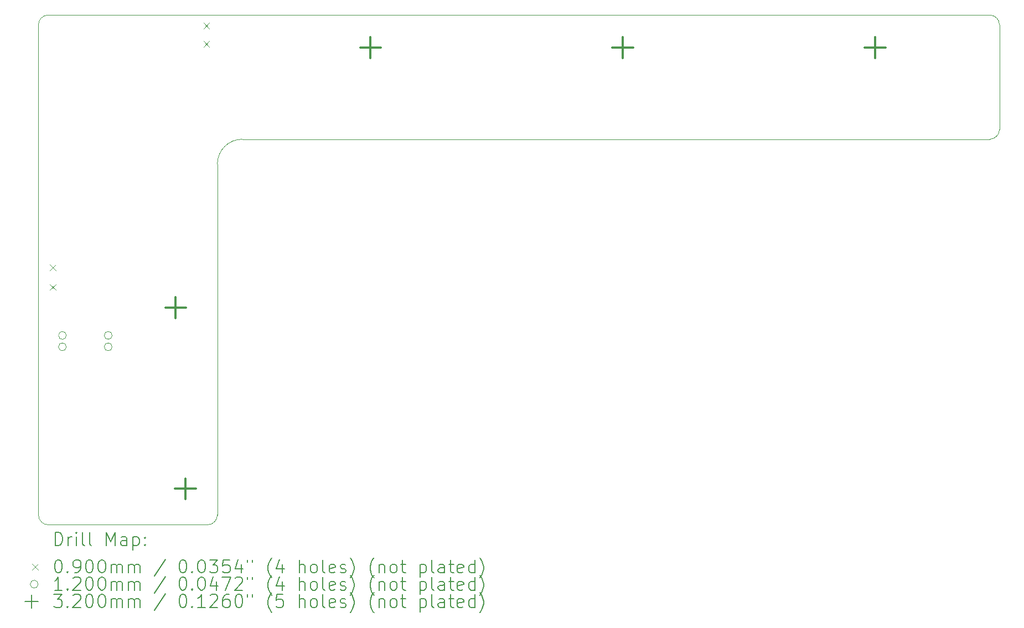
<source format=gbr>
%TF.GenerationSoftware,KiCad,Pcbnew,7.0.8*%
%TF.CreationDate,2023-10-17T04:23:36-07:00*%
%TF.ProjectId,Seismos_CoreR,53656973-6d6f-4735-9f43-6f7265522e6b,rev?*%
%TF.SameCoordinates,Original*%
%TF.FileFunction,Drillmap*%
%TF.FilePolarity,Positive*%
%FSLAX45Y45*%
G04 Gerber Fmt 4.5, Leading zero omitted, Abs format (unit mm)*
G04 Created by KiCad (PCBNEW 7.0.8) date 2023-10-17 04:23:36*
%MOMM*%
%LPD*%
G01*
G04 APERTURE LIST*
%ADD10C,0.100000*%
%ADD11C,0.200000*%
%ADD12C,0.090000*%
%ADD13C,0.120000*%
%ADD14C,0.320000*%
G04 APERTURE END LIST*
D10*
X5736600Y-9650000D02*
X5736600Y-4281000D01*
X5586600Y-9800000D02*
X3150000Y-9800000D01*
X3000000Y-9650000D02*
X3000000Y-2150000D01*
X3150000Y-2000000D02*
G75*
G03*
X3000000Y-2150000I0J-150000D01*
G01*
X5586600Y-9800000D02*
G75*
G03*
X5736600Y-9650000I0J150000D01*
G01*
X17550000Y-3900000D02*
X6117600Y-3900000D01*
X17550000Y-3900000D02*
G75*
G03*
X17700000Y-3750000I0J150000D01*
G01*
X17700000Y-2150000D02*
G75*
G03*
X17550000Y-2000000I-150000J0D01*
G01*
X3000000Y-9650000D02*
G75*
G03*
X3150000Y-9800000I150000J0D01*
G01*
X6117600Y-3900000D02*
G75*
G03*
X5736600Y-4281000I0J-381000D01*
G01*
X3150000Y-2000000D02*
X17550000Y-2000000D01*
X17700000Y-2150000D02*
X17700000Y-3750000D01*
D11*
D12*
X3175000Y-5818200D02*
X3265000Y-5908200D01*
X3265000Y-5818200D02*
X3175000Y-5908200D01*
X3175000Y-6118200D02*
X3265000Y-6208200D01*
X3265000Y-6118200D02*
X3175000Y-6208200D01*
X5526250Y-2119950D02*
X5616250Y-2209950D01*
X5616250Y-2119950D02*
X5526250Y-2209950D01*
X5526250Y-2399950D02*
X5616250Y-2489950D01*
X5616250Y-2399950D02*
X5526250Y-2489950D01*
D13*
X3427000Y-6902500D02*
G75*
G03*
X3427000Y-6902500I-60000J0D01*
G01*
X3427000Y-7077500D02*
G75*
G03*
X3427000Y-7077500I-60000J0D01*
G01*
X4127000Y-6902500D02*
G75*
G03*
X4127000Y-6902500I-60000J0D01*
G01*
X4127000Y-7077500D02*
G75*
G03*
X4127000Y-7077500I-60000J0D01*
G01*
D14*
X5100000Y-6315000D02*
X5100000Y-6635000D01*
X4940000Y-6475000D02*
X5260000Y-6475000D01*
X5250000Y-9090000D02*
X5250000Y-9410000D01*
X5090000Y-9250000D02*
X5410000Y-9250000D01*
X8080000Y-2340000D02*
X8080000Y-2660000D01*
X7920000Y-2500000D02*
X8240000Y-2500000D01*
X11940000Y-2340000D02*
X11940000Y-2660000D01*
X11780000Y-2500000D02*
X12100000Y-2500000D01*
X15800000Y-2340000D02*
X15800000Y-2660000D01*
X15640000Y-2500000D02*
X15960000Y-2500000D01*
D11*
X3255777Y-10116484D02*
X3255777Y-9916484D01*
X3255777Y-9916484D02*
X3303396Y-9916484D01*
X3303396Y-9916484D02*
X3331967Y-9926008D01*
X3331967Y-9926008D02*
X3351015Y-9945055D01*
X3351015Y-9945055D02*
X3360539Y-9964103D01*
X3360539Y-9964103D02*
X3370062Y-10002198D01*
X3370062Y-10002198D02*
X3370062Y-10030770D01*
X3370062Y-10030770D02*
X3360539Y-10068865D01*
X3360539Y-10068865D02*
X3351015Y-10087912D01*
X3351015Y-10087912D02*
X3331967Y-10106960D01*
X3331967Y-10106960D02*
X3303396Y-10116484D01*
X3303396Y-10116484D02*
X3255777Y-10116484D01*
X3455777Y-10116484D02*
X3455777Y-9983150D01*
X3455777Y-10021246D02*
X3465301Y-10002198D01*
X3465301Y-10002198D02*
X3474824Y-9992674D01*
X3474824Y-9992674D02*
X3493872Y-9983150D01*
X3493872Y-9983150D02*
X3512920Y-9983150D01*
X3579586Y-10116484D02*
X3579586Y-9983150D01*
X3579586Y-9916484D02*
X3570062Y-9926008D01*
X3570062Y-9926008D02*
X3579586Y-9935531D01*
X3579586Y-9935531D02*
X3589110Y-9926008D01*
X3589110Y-9926008D02*
X3579586Y-9916484D01*
X3579586Y-9916484D02*
X3579586Y-9935531D01*
X3703396Y-10116484D02*
X3684348Y-10106960D01*
X3684348Y-10106960D02*
X3674824Y-10087912D01*
X3674824Y-10087912D02*
X3674824Y-9916484D01*
X3808158Y-10116484D02*
X3789110Y-10106960D01*
X3789110Y-10106960D02*
X3779586Y-10087912D01*
X3779586Y-10087912D02*
X3779586Y-9916484D01*
X4036729Y-10116484D02*
X4036729Y-9916484D01*
X4036729Y-9916484D02*
X4103396Y-10059341D01*
X4103396Y-10059341D02*
X4170062Y-9916484D01*
X4170062Y-9916484D02*
X4170062Y-10116484D01*
X4351015Y-10116484D02*
X4351015Y-10011722D01*
X4351015Y-10011722D02*
X4341491Y-9992674D01*
X4341491Y-9992674D02*
X4322444Y-9983150D01*
X4322444Y-9983150D02*
X4284348Y-9983150D01*
X4284348Y-9983150D02*
X4265301Y-9992674D01*
X4351015Y-10106960D02*
X4331967Y-10116484D01*
X4331967Y-10116484D02*
X4284348Y-10116484D01*
X4284348Y-10116484D02*
X4265301Y-10106960D01*
X4265301Y-10106960D02*
X4255777Y-10087912D01*
X4255777Y-10087912D02*
X4255777Y-10068865D01*
X4255777Y-10068865D02*
X4265301Y-10049817D01*
X4265301Y-10049817D02*
X4284348Y-10040293D01*
X4284348Y-10040293D02*
X4331967Y-10040293D01*
X4331967Y-10040293D02*
X4351015Y-10030770D01*
X4446253Y-9983150D02*
X4446253Y-10183150D01*
X4446253Y-9992674D02*
X4465301Y-9983150D01*
X4465301Y-9983150D02*
X4503396Y-9983150D01*
X4503396Y-9983150D02*
X4522444Y-9992674D01*
X4522444Y-9992674D02*
X4531967Y-10002198D01*
X4531967Y-10002198D02*
X4541491Y-10021246D01*
X4541491Y-10021246D02*
X4541491Y-10078389D01*
X4541491Y-10078389D02*
X4531967Y-10097436D01*
X4531967Y-10097436D02*
X4522444Y-10106960D01*
X4522444Y-10106960D02*
X4503396Y-10116484D01*
X4503396Y-10116484D02*
X4465301Y-10116484D01*
X4465301Y-10116484D02*
X4446253Y-10106960D01*
X4627205Y-10097436D02*
X4636729Y-10106960D01*
X4636729Y-10106960D02*
X4627205Y-10116484D01*
X4627205Y-10116484D02*
X4617682Y-10106960D01*
X4617682Y-10106960D02*
X4627205Y-10097436D01*
X4627205Y-10097436D02*
X4627205Y-10116484D01*
X4627205Y-9992674D02*
X4636729Y-10002198D01*
X4636729Y-10002198D02*
X4627205Y-10011722D01*
X4627205Y-10011722D02*
X4617682Y-10002198D01*
X4617682Y-10002198D02*
X4627205Y-9992674D01*
X4627205Y-9992674D02*
X4627205Y-10011722D01*
D12*
X2905000Y-10400000D02*
X2995000Y-10490000D01*
X2995000Y-10400000D02*
X2905000Y-10490000D01*
D11*
X3293872Y-10336484D02*
X3312920Y-10336484D01*
X3312920Y-10336484D02*
X3331967Y-10346008D01*
X3331967Y-10346008D02*
X3341491Y-10355531D01*
X3341491Y-10355531D02*
X3351015Y-10374579D01*
X3351015Y-10374579D02*
X3360539Y-10412674D01*
X3360539Y-10412674D02*
X3360539Y-10460293D01*
X3360539Y-10460293D02*
X3351015Y-10498389D01*
X3351015Y-10498389D02*
X3341491Y-10517436D01*
X3341491Y-10517436D02*
X3331967Y-10526960D01*
X3331967Y-10526960D02*
X3312920Y-10536484D01*
X3312920Y-10536484D02*
X3293872Y-10536484D01*
X3293872Y-10536484D02*
X3274824Y-10526960D01*
X3274824Y-10526960D02*
X3265301Y-10517436D01*
X3265301Y-10517436D02*
X3255777Y-10498389D01*
X3255777Y-10498389D02*
X3246253Y-10460293D01*
X3246253Y-10460293D02*
X3246253Y-10412674D01*
X3246253Y-10412674D02*
X3255777Y-10374579D01*
X3255777Y-10374579D02*
X3265301Y-10355531D01*
X3265301Y-10355531D02*
X3274824Y-10346008D01*
X3274824Y-10346008D02*
X3293872Y-10336484D01*
X3446253Y-10517436D02*
X3455777Y-10526960D01*
X3455777Y-10526960D02*
X3446253Y-10536484D01*
X3446253Y-10536484D02*
X3436729Y-10526960D01*
X3436729Y-10526960D02*
X3446253Y-10517436D01*
X3446253Y-10517436D02*
X3446253Y-10536484D01*
X3551015Y-10536484D02*
X3589110Y-10536484D01*
X3589110Y-10536484D02*
X3608158Y-10526960D01*
X3608158Y-10526960D02*
X3617682Y-10517436D01*
X3617682Y-10517436D02*
X3636729Y-10488865D01*
X3636729Y-10488865D02*
X3646253Y-10450770D01*
X3646253Y-10450770D02*
X3646253Y-10374579D01*
X3646253Y-10374579D02*
X3636729Y-10355531D01*
X3636729Y-10355531D02*
X3627205Y-10346008D01*
X3627205Y-10346008D02*
X3608158Y-10336484D01*
X3608158Y-10336484D02*
X3570062Y-10336484D01*
X3570062Y-10336484D02*
X3551015Y-10346008D01*
X3551015Y-10346008D02*
X3541491Y-10355531D01*
X3541491Y-10355531D02*
X3531967Y-10374579D01*
X3531967Y-10374579D02*
X3531967Y-10422198D01*
X3531967Y-10422198D02*
X3541491Y-10441246D01*
X3541491Y-10441246D02*
X3551015Y-10450770D01*
X3551015Y-10450770D02*
X3570062Y-10460293D01*
X3570062Y-10460293D02*
X3608158Y-10460293D01*
X3608158Y-10460293D02*
X3627205Y-10450770D01*
X3627205Y-10450770D02*
X3636729Y-10441246D01*
X3636729Y-10441246D02*
X3646253Y-10422198D01*
X3770062Y-10336484D02*
X3789110Y-10336484D01*
X3789110Y-10336484D02*
X3808158Y-10346008D01*
X3808158Y-10346008D02*
X3817682Y-10355531D01*
X3817682Y-10355531D02*
X3827205Y-10374579D01*
X3827205Y-10374579D02*
X3836729Y-10412674D01*
X3836729Y-10412674D02*
X3836729Y-10460293D01*
X3836729Y-10460293D02*
X3827205Y-10498389D01*
X3827205Y-10498389D02*
X3817682Y-10517436D01*
X3817682Y-10517436D02*
X3808158Y-10526960D01*
X3808158Y-10526960D02*
X3789110Y-10536484D01*
X3789110Y-10536484D02*
X3770062Y-10536484D01*
X3770062Y-10536484D02*
X3751015Y-10526960D01*
X3751015Y-10526960D02*
X3741491Y-10517436D01*
X3741491Y-10517436D02*
X3731967Y-10498389D01*
X3731967Y-10498389D02*
X3722443Y-10460293D01*
X3722443Y-10460293D02*
X3722443Y-10412674D01*
X3722443Y-10412674D02*
X3731967Y-10374579D01*
X3731967Y-10374579D02*
X3741491Y-10355531D01*
X3741491Y-10355531D02*
X3751015Y-10346008D01*
X3751015Y-10346008D02*
X3770062Y-10336484D01*
X3960539Y-10336484D02*
X3979586Y-10336484D01*
X3979586Y-10336484D02*
X3998634Y-10346008D01*
X3998634Y-10346008D02*
X4008158Y-10355531D01*
X4008158Y-10355531D02*
X4017682Y-10374579D01*
X4017682Y-10374579D02*
X4027205Y-10412674D01*
X4027205Y-10412674D02*
X4027205Y-10460293D01*
X4027205Y-10460293D02*
X4017682Y-10498389D01*
X4017682Y-10498389D02*
X4008158Y-10517436D01*
X4008158Y-10517436D02*
X3998634Y-10526960D01*
X3998634Y-10526960D02*
X3979586Y-10536484D01*
X3979586Y-10536484D02*
X3960539Y-10536484D01*
X3960539Y-10536484D02*
X3941491Y-10526960D01*
X3941491Y-10526960D02*
X3931967Y-10517436D01*
X3931967Y-10517436D02*
X3922443Y-10498389D01*
X3922443Y-10498389D02*
X3912920Y-10460293D01*
X3912920Y-10460293D02*
X3912920Y-10412674D01*
X3912920Y-10412674D02*
X3922443Y-10374579D01*
X3922443Y-10374579D02*
X3931967Y-10355531D01*
X3931967Y-10355531D02*
X3941491Y-10346008D01*
X3941491Y-10346008D02*
X3960539Y-10336484D01*
X4112920Y-10536484D02*
X4112920Y-10403150D01*
X4112920Y-10422198D02*
X4122443Y-10412674D01*
X4122443Y-10412674D02*
X4141491Y-10403150D01*
X4141491Y-10403150D02*
X4170063Y-10403150D01*
X4170063Y-10403150D02*
X4189110Y-10412674D01*
X4189110Y-10412674D02*
X4198634Y-10431722D01*
X4198634Y-10431722D02*
X4198634Y-10536484D01*
X4198634Y-10431722D02*
X4208158Y-10412674D01*
X4208158Y-10412674D02*
X4227205Y-10403150D01*
X4227205Y-10403150D02*
X4255777Y-10403150D01*
X4255777Y-10403150D02*
X4274825Y-10412674D01*
X4274825Y-10412674D02*
X4284348Y-10431722D01*
X4284348Y-10431722D02*
X4284348Y-10536484D01*
X4379586Y-10536484D02*
X4379586Y-10403150D01*
X4379586Y-10422198D02*
X4389110Y-10412674D01*
X4389110Y-10412674D02*
X4408158Y-10403150D01*
X4408158Y-10403150D02*
X4436729Y-10403150D01*
X4436729Y-10403150D02*
X4455777Y-10412674D01*
X4455777Y-10412674D02*
X4465301Y-10431722D01*
X4465301Y-10431722D02*
X4465301Y-10536484D01*
X4465301Y-10431722D02*
X4474825Y-10412674D01*
X4474825Y-10412674D02*
X4493872Y-10403150D01*
X4493872Y-10403150D02*
X4522444Y-10403150D01*
X4522444Y-10403150D02*
X4541491Y-10412674D01*
X4541491Y-10412674D02*
X4551015Y-10431722D01*
X4551015Y-10431722D02*
X4551015Y-10536484D01*
X4941491Y-10326960D02*
X4770063Y-10584103D01*
X5198634Y-10336484D02*
X5217682Y-10336484D01*
X5217682Y-10336484D02*
X5236729Y-10346008D01*
X5236729Y-10346008D02*
X5246253Y-10355531D01*
X5246253Y-10355531D02*
X5255777Y-10374579D01*
X5255777Y-10374579D02*
X5265301Y-10412674D01*
X5265301Y-10412674D02*
X5265301Y-10460293D01*
X5265301Y-10460293D02*
X5255777Y-10498389D01*
X5255777Y-10498389D02*
X5246253Y-10517436D01*
X5246253Y-10517436D02*
X5236729Y-10526960D01*
X5236729Y-10526960D02*
X5217682Y-10536484D01*
X5217682Y-10536484D02*
X5198634Y-10536484D01*
X5198634Y-10536484D02*
X5179587Y-10526960D01*
X5179587Y-10526960D02*
X5170063Y-10517436D01*
X5170063Y-10517436D02*
X5160539Y-10498389D01*
X5160539Y-10498389D02*
X5151015Y-10460293D01*
X5151015Y-10460293D02*
X5151015Y-10412674D01*
X5151015Y-10412674D02*
X5160539Y-10374579D01*
X5160539Y-10374579D02*
X5170063Y-10355531D01*
X5170063Y-10355531D02*
X5179587Y-10346008D01*
X5179587Y-10346008D02*
X5198634Y-10336484D01*
X5351015Y-10517436D02*
X5360539Y-10526960D01*
X5360539Y-10526960D02*
X5351015Y-10536484D01*
X5351015Y-10536484D02*
X5341491Y-10526960D01*
X5341491Y-10526960D02*
X5351015Y-10517436D01*
X5351015Y-10517436D02*
X5351015Y-10536484D01*
X5484348Y-10336484D02*
X5503396Y-10336484D01*
X5503396Y-10336484D02*
X5522444Y-10346008D01*
X5522444Y-10346008D02*
X5531968Y-10355531D01*
X5531968Y-10355531D02*
X5541491Y-10374579D01*
X5541491Y-10374579D02*
X5551015Y-10412674D01*
X5551015Y-10412674D02*
X5551015Y-10460293D01*
X5551015Y-10460293D02*
X5541491Y-10498389D01*
X5541491Y-10498389D02*
X5531968Y-10517436D01*
X5531968Y-10517436D02*
X5522444Y-10526960D01*
X5522444Y-10526960D02*
X5503396Y-10536484D01*
X5503396Y-10536484D02*
X5484348Y-10536484D01*
X5484348Y-10536484D02*
X5465301Y-10526960D01*
X5465301Y-10526960D02*
X5455777Y-10517436D01*
X5455777Y-10517436D02*
X5446253Y-10498389D01*
X5446253Y-10498389D02*
X5436729Y-10460293D01*
X5436729Y-10460293D02*
X5436729Y-10412674D01*
X5436729Y-10412674D02*
X5446253Y-10374579D01*
X5446253Y-10374579D02*
X5455777Y-10355531D01*
X5455777Y-10355531D02*
X5465301Y-10346008D01*
X5465301Y-10346008D02*
X5484348Y-10336484D01*
X5617682Y-10336484D02*
X5741491Y-10336484D01*
X5741491Y-10336484D02*
X5674825Y-10412674D01*
X5674825Y-10412674D02*
X5703396Y-10412674D01*
X5703396Y-10412674D02*
X5722444Y-10422198D01*
X5722444Y-10422198D02*
X5731967Y-10431722D01*
X5731967Y-10431722D02*
X5741491Y-10450770D01*
X5741491Y-10450770D02*
X5741491Y-10498389D01*
X5741491Y-10498389D02*
X5731967Y-10517436D01*
X5731967Y-10517436D02*
X5722444Y-10526960D01*
X5722444Y-10526960D02*
X5703396Y-10536484D01*
X5703396Y-10536484D02*
X5646253Y-10536484D01*
X5646253Y-10536484D02*
X5627206Y-10526960D01*
X5627206Y-10526960D02*
X5617682Y-10517436D01*
X5922444Y-10336484D02*
X5827206Y-10336484D01*
X5827206Y-10336484D02*
X5817682Y-10431722D01*
X5817682Y-10431722D02*
X5827206Y-10422198D01*
X5827206Y-10422198D02*
X5846253Y-10412674D01*
X5846253Y-10412674D02*
X5893872Y-10412674D01*
X5893872Y-10412674D02*
X5912920Y-10422198D01*
X5912920Y-10422198D02*
X5922444Y-10431722D01*
X5922444Y-10431722D02*
X5931967Y-10450770D01*
X5931967Y-10450770D02*
X5931967Y-10498389D01*
X5931967Y-10498389D02*
X5922444Y-10517436D01*
X5922444Y-10517436D02*
X5912920Y-10526960D01*
X5912920Y-10526960D02*
X5893872Y-10536484D01*
X5893872Y-10536484D02*
X5846253Y-10536484D01*
X5846253Y-10536484D02*
X5827206Y-10526960D01*
X5827206Y-10526960D02*
X5817682Y-10517436D01*
X6103396Y-10403150D02*
X6103396Y-10536484D01*
X6055777Y-10326960D02*
X6008158Y-10469817D01*
X6008158Y-10469817D02*
X6131967Y-10469817D01*
X6198634Y-10336484D02*
X6198634Y-10374579D01*
X6274825Y-10336484D02*
X6274825Y-10374579D01*
X6570063Y-10612674D02*
X6560539Y-10603150D01*
X6560539Y-10603150D02*
X6541491Y-10574579D01*
X6541491Y-10574579D02*
X6531968Y-10555531D01*
X6531968Y-10555531D02*
X6522444Y-10526960D01*
X6522444Y-10526960D02*
X6512920Y-10479341D01*
X6512920Y-10479341D02*
X6512920Y-10441246D01*
X6512920Y-10441246D02*
X6522444Y-10393627D01*
X6522444Y-10393627D02*
X6531968Y-10365055D01*
X6531968Y-10365055D02*
X6541491Y-10346008D01*
X6541491Y-10346008D02*
X6560539Y-10317436D01*
X6560539Y-10317436D02*
X6570063Y-10307912D01*
X6731968Y-10403150D02*
X6731968Y-10536484D01*
X6684348Y-10326960D02*
X6636729Y-10469817D01*
X6636729Y-10469817D02*
X6760539Y-10469817D01*
X6989110Y-10536484D02*
X6989110Y-10336484D01*
X7074825Y-10536484D02*
X7074825Y-10431722D01*
X7074825Y-10431722D02*
X7065301Y-10412674D01*
X7065301Y-10412674D02*
X7046253Y-10403150D01*
X7046253Y-10403150D02*
X7017682Y-10403150D01*
X7017682Y-10403150D02*
X6998634Y-10412674D01*
X6998634Y-10412674D02*
X6989110Y-10422198D01*
X7198634Y-10536484D02*
X7179587Y-10526960D01*
X7179587Y-10526960D02*
X7170063Y-10517436D01*
X7170063Y-10517436D02*
X7160539Y-10498389D01*
X7160539Y-10498389D02*
X7160539Y-10441246D01*
X7160539Y-10441246D02*
X7170063Y-10422198D01*
X7170063Y-10422198D02*
X7179587Y-10412674D01*
X7179587Y-10412674D02*
X7198634Y-10403150D01*
X7198634Y-10403150D02*
X7227206Y-10403150D01*
X7227206Y-10403150D02*
X7246253Y-10412674D01*
X7246253Y-10412674D02*
X7255777Y-10422198D01*
X7255777Y-10422198D02*
X7265301Y-10441246D01*
X7265301Y-10441246D02*
X7265301Y-10498389D01*
X7265301Y-10498389D02*
X7255777Y-10517436D01*
X7255777Y-10517436D02*
X7246253Y-10526960D01*
X7246253Y-10526960D02*
X7227206Y-10536484D01*
X7227206Y-10536484D02*
X7198634Y-10536484D01*
X7379587Y-10536484D02*
X7360539Y-10526960D01*
X7360539Y-10526960D02*
X7351015Y-10507912D01*
X7351015Y-10507912D02*
X7351015Y-10336484D01*
X7531968Y-10526960D02*
X7512920Y-10536484D01*
X7512920Y-10536484D02*
X7474825Y-10536484D01*
X7474825Y-10536484D02*
X7455777Y-10526960D01*
X7455777Y-10526960D02*
X7446253Y-10507912D01*
X7446253Y-10507912D02*
X7446253Y-10431722D01*
X7446253Y-10431722D02*
X7455777Y-10412674D01*
X7455777Y-10412674D02*
X7474825Y-10403150D01*
X7474825Y-10403150D02*
X7512920Y-10403150D01*
X7512920Y-10403150D02*
X7531968Y-10412674D01*
X7531968Y-10412674D02*
X7541491Y-10431722D01*
X7541491Y-10431722D02*
X7541491Y-10450770D01*
X7541491Y-10450770D02*
X7446253Y-10469817D01*
X7617682Y-10526960D02*
X7636730Y-10536484D01*
X7636730Y-10536484D02*
X7674825Y-10536484D01*
X7674825Y-10536484D02*
X7693872Y-10526960D01*
X7693872Y-10526960D02*
X7703396Y-10507912D01*
X7703396Y-10507912D02*
X7703396Y-10498389D01*
X7703396Y-10498389D02*
X7693872Y-10479341D01*
X7693872Y-10479341D02*
X7674825Y-10469817D01*
X7674825Y-10469817D02*
X7646253Y-10469817D01*
X7646253Y-10469817D02*
X7627206Y-10460293D01*
X7627206Y-10460293D02*
X7617682Y-10441246D01*
X7617682Y-10441246D02*
X7617682Y-10431722D01*
X7617682Y-10431722D02*
X7627206Y-10412674D01*
X7627206Y-10412674D02*
X7646253Y-10403150D01*
X7646253Y-10403150D02*
X7674825Y-10403150D01*
X7674825Y-10403150D02*
X7693872Y-10412674D01*
X7770063Y-10612674D02*
X7779587Y-10603150D01*
X7779587Y-10603150D02*
X7798634Y-10574579D01*
X7798634Y-10574579D02*
X7808158Y-10555531D01*
X7808158Y-10555531D02*
X7817682Y-10526960D01*
X7817682Y-10526960D02*
X7827206Y-10479341D01*
X7827206Y-10479341D02*
X7827206Y-10441246D01*
X7827206Y-10441246D02*
X7817682Y-10393627D01*
X7817682Y-10393627D02*
X7808158Y-10365055D01*
X7808158Y-10365055D02*
X7798634Y-10346008D01*
X7798634Y-10346008D02*
X7779587Y-10317436D01*
X7779587Y-10317436D02*
X7770063Y-10307912D01*
X8131968Y-10612674D02*
X8122444Y-10603150D01*
X8122444Y-10603150D02*
X8103396Y-10574579D01*
X8103396Y-10574579D02*
X8093872Y-10555531D01*
X8093872Y-10555531D02*
X8084349Y-10526960D01*
X8084349Y-10526960D02*
X8074825Y-10479341D01*
X8074825Y-10479341D02*
X8074825Y-10441246D01*
X8074825Y-10441246D02*
X8084349Y-10393627D01*
X8084349Y-10393627D02*
X8093872Y-10365055D01*
X8093872Y-10365055D02*
X8103396Y-10346008D01*
X8103396Y-10346008D02*
X8122444Y-10317436D01*
X8122444Y-10317436D02*
X8131968Y-10307912D01*
X8208158Y-10403150D02*
X8208158Y-10536484D01*
X8208158Y-10422198D02*
X8217682Y-10412674D01*
X8217682Y-10412674D02*
X8236730Y-10403150D01*
X8236730Y-10403150D02*
X8265301Y-10403150D01*
X8265301Y-10403150D02*
X8284349Y-10412674D01*
X8284349Y-10412674D02*
X8293872Y-10431722D01*
X8293872Y-10431722D02*
X8293872Y-10536484D01*
X8417682Y-10536484D02*
X8398634Y-10526960D01*
X8398634Y-10526960D02*
X8389111Y-10517436D01*
X8389111Y-10517436D02*
X8379587Y-10498389D01*
X8379587Y-10498389D02*
X8379587Y-10441246D01*
X8379587Y-10441246D02*
X8389111Y-10422198D01*
X8389111Y-10422198D02*
X8398634Y-10412674D01*
X8398634Y-10412674D02*
X8417682Y-10403150D01*
X8417682Y-10403150D02*
X8446254Y-10403150D01*
X8446254Y-10403150D02*
X8465301Y-10412674D01*
X8465301Y-10412674D02*
X8474825Y-10422198D01*
X8474825Y-10422198D02*
X8484349Y-10441246D01*
X8484349Y-10441246D02*
X8484349Y-10498389D01*
X8484349Y-10498389D02*
X8474825Y-10517436D01*
X8474825Y-10517436D02*
X8465301Y-10526960D01*
X8465301Y-10526960D02*
X8446254Y-10536484D01*
X8446254Y-10536484D02*
X8417682Y-10536484D01*
X8541492Y-10403150D02*
X8617682Y-10403150D01*
X8570063Y-10336484D02*
X8570063Y-10507912D01*
X8570063Y-10507912D02*
X8579587Y-10526960D01*
X8579587Y-10526960D02*
X8598634Y-10536484D01*
X8598634Y-10536484D02*
X8617682Y-10536484D01*
X8836730Y-10403150D02*
X8836730Y-10603150D01*
X8836730Y-10412674D02*
X8855777Y-10403150D01*
X8855777Y-10403150D02*
X8893873Y-10403150D01*
X8893873Y-10403150D02*
X8912920Y-10412674D01*
X8912920Y-10412674D02*
X8922444Y-10422198D01*
X8922444Y-10422198D02*
X8931968Y-10441246D01*
X8931968Y-10441246D02*
X8931968Y-10498389D01*
X8931968Y-10498389D02*
X8922444Y-10517436D01*
X8922444Y-10517436D02*
X8912920Y-10526960D01*
X8912920Y-10526960D02*
X8893873Y-10536484D01*
X8893873Y-10536484D02*
X8855777Y-10536484D01*
X8855777Y-10536484D02*
X8836730Y-10526960D01*
X9046254Y-10536484D02*
X9027206Y-10526960D01*
X9027206Y-10526960D02*
X9017682Y-10507912D01*
X9017682Y-10507912D02*
X9017682Y-10336484D01*
X9208158Y-10536484D02*
X9208158Y-10431722D01*
X9208158Y-10431722D02*
X9198635Y-10412674D01*
X9198635Y-10412674D02*
X9179587Y-10403150D01*
X9179587Y-10403150D02*
X9141492Y-10403150D01*
X9141492Y-10403150D02*
X9122444Y-10412674D01*
X9208158Y-10526960D02*
X9189111Y-10536484D01*
X9189111Y-10536484D02*
X9141492Y-10536484D01*
X9141492Y-10536484D02*
X9122444Y-10526960D01*
X9122444Y-10526960D02*
X9112920Y-10507912D01*
X9112920Y-10507912D02*
X9112920Y-10488865D01*
X9112920Y-10488865D02*
X9122444Y-10469817D01*
X9122444Y-10469817D02*
X9141492Y-10460293D01*
X9141492Y-10460293D02*
X9189111Y-10460293D01*
X9189111Y-10460293D02*
X9208158Y-10450770D01*
X9274825Y-10403150D02*
X9351015Y-10403150D01*
X9303396Y-10336484D02*
X9303396Y-10507912D01*
X9303396Y-10507912D02*
X9312920Y-10526960D01*
X9312920Y-10526960D02*
X9331968Y-10536484D01*
X9331968Y-10536484D02*
X9351015Y-10536484D01*
X9493873Y-10526960D02*
X9474825Y-10536484D01*
X9474825Y-10536484D02*
X9436730Y-10536484D01*
X9436730Y-10536484D02*
X9417682Y-10526960D01*
X9417682Y-10526960D02*
X9408158Y-10507912D01*
X9408158Y-10507912D02*
X9408158Y-10431722D01*
X9408158Y-10431722D02*
X9417682Y-10412674D01*
X9417682Y-10412674D02*
X9436730Y-10403150D01*
X9436730Y-10403150D02*
X9474825Y-10403150D01*
X9474825Y-10403150D02*
X9493873Y-10412674D01*
X9493873Y-10412674D02*
X9503396Y-10431722D01*
X9503396Y-10431722D02*
X9503396Y-10450770D01*
X9503396Y-10450770D02*
X9408158Y-10469817D01*
X9674825Y-10536484D02*
X9674825Y-10336484D01*
X9674825Y-10526960D02*
X9655777Y-10536484D01*
X9655777Y-10536484D02*
X9617682Y-10536484D01*
X9617682Y-10536484D02*
X9598635Y-10526960D01*
X9598635Y-10526960D02*
X9589111Y-10517436D01*
X9589111Y-10517436D02*
X9579587Y-10498389D01*
X9579587Y-10498389D02*
X9579587Y-10441246D01*
X9579587Y-10441246D02*
X9589111Y-10422198D01*
X9589111Y-10422198D02*
X9598635Y-10412674D01*
X9598635Y-10412674D02*
X9617682Y-10403150D01*
X9617682Y-10403150D02*
X9655777Y-10403150D01*
X9655777Y-10403150D02*
X9674825Y-10412674D01*
X9751016Y-10612674D02*
X9760539Y-10603150D01*
X9760539Y-10603150D02*
X9779587Y-10574579D01*
X9779587Y-10574579D02*
X9789111Y-10555531D01*
X9789111Y-10555531D02*
X9798635Y-10526960D01*
X9798635Y-10526960D02*
X9808158Y-10479341D01*
X9808158Y-10479341D02*
X9808158Y-10441246D01*
X9808158Y-10441246D02*
X9798635Y-10393627D01*
X9798635Y-10393627D02*
X9789111Y-10365055D01*
X9789111Y-10365055D02*
X9779587Y-10346008D01*
X9779587Y-10346008D02*
X9760539Y-10317436D01*
X9760539Y-10317436D02*
X9751016Y-10307912D01*
D13*
X2995000Y-10709000D02*
G75*
G03*
X2995000Y-10709000I-60000J0D01*
G01*
D11*
X3360539Y-10800484D02*
X3246253Y-10800484D01*
X3303396Y-10800484D02*
X3303396Y-10600484D01*
X3303396Y-10600484D02*
X3284348Y-10629055D01*
X3284348Y-10629055D02*
X3265301Y-10648103D01*
X3265301Y-10648103D02*
X3246253Y-10657627D01*
X3446253Y-10781436D02*
X3455777Y-10790960D01*
X3455777Y-10790960D02*
X3446253Y-10800484D01*
X3446253Y-10800484D02*
X3436729Y-10790960D01*
X3436729Y-10790960D02*
X3446253Y-10781436D01*
X3446253Y-10781436D02*
X3446253Y-10800484D01*
X3531967Y-10619531D02*
X3541491Y-10610008D01*
X3541491Y-10610008D02*
X3560539Y-10600484D01*
X3560539Y-10600484D02*
X3608158Y-10600484D01*
X3608158Y-10600484D02*
X3627205Y-10610008D01*
X3627205Y-10610008D02*
X3636729Y-10619531D01*
X3636729Y-10619531D02*
X3646253Y-10638579D01*
X3646253Y-10638579D02*
X3646253Y-10657627D01*
X3646253Y-10657627D02*
X3636729Y-10686198D01*
X3636729Y-10686198D02*
X3522443Y-10800484D01*
X3522443Y-10800484D02*
X3646253Y-10800484D01*
X3770062Y-10600484D02*
X3789110Y-10600484D01*
X3789110Y-10600484D02*
X3808158Y-10610008D01*
X3808158Y-10610008D02*
X3817682Y-10619531D01*
X3817682Y-10619531D02*
X3827205Y-10638579D01*
X3827205Y-10638579D02*
X3836729Y-10676674D01*
X3836729Y-10676674D02*
X3836729Y-10724293D01*
X3836729Y-10724293D02*
X3827205Y-10762389D01*
X3827205Y-10762389D02*
X3817682Y-10781436D01*
X3817682Y-10781436D02*
X3808158Y-10790960D01*
X3808158Y-10790960D02*
X3789110Y-10800484D01*
X3789110Y-10800484D02*
X3770062Y-10800484D01*
X3770062Y-10800484D02*
X3751015Y-10790960D01*
X3751015Y-10790960D02*
X3741491Y-10781436D01*
X3741491Y-10781436D02*
X3731967Y-10762389D01*
X3731967Y-10762389D02*
X3722443Y-10724293D01*
X3722443Y-10724293D02*
X3722443Y-10676674D01*
X3722443Y-10676674D02*
X3731967Y-10638579D01*
X3731967Y-10638579D02*
X3741491Y-10619531D01*
X3741491Y-10619531D02*
X3751015Y-10610008D01*
X3751015Y-10610008D02*
X3770062Y-10600484D01*
X3960539Y-10600484D02*
X3979586Y-10600484D01*
X3979586Y-10600484D02*
X3998634Y-10610008D01*
X3998634Y-10610008D02*
X4008158Y-10619531D01*
X4008158Y-10619531D02*
X4017682Y-10638579D01*
X4017682Y-10638579D02*
X4027205Y-10676674D01*
X4027205Y-10676674D02*
X4027205Y-10724293D01*
X4027205Y-10724293D02*
X4017682Y-10762389D01*
X4017682Y-10762389D02*
X4008158Y-10781436D01*
X4008158Y-10781436D02*
X3998634Y-10790960D01*
X3998634Y-10790960D02*
X3979586Y-10800484D01*
X3979586Y-10800484D02*
X3960539Y-10800484D01*
X3960539Y-10800484D02*
X3941491Y-10790960D01*
X3941491Y-10790960D02*
X3931967Y-10781436D01*
X3931967Y-10781436D02*
X3922443Y-10762389D01*
X3922443Y-10762389D02*
X3912920Y-10724293D01*
X3912920Y-10724293D02*
X3912920Y-10676674D01*
X3912920Y-10676674D02*
X3922443Y-10638579D01*
X3922443Y-10638579D02*
X3931967Y-10619531D01*
X3931967Y-10619531D02*
X3941491Y-10610008D01*
X3941491Y-10610008D02*
X3960539Y-10600484D01*
X4112920Y-10800484D02*
X4112920Y-10667150D01*
X4112920Y-10686198D02*
X4122443Y-10676674D01*
X4122443Y-10676674D02*
X4141491Y-10667150D01*
X4141491Y-10667150D02*
X4170063Y-10667150D01*
X4170063Y-10667150D02*
X4189110Y-10676674D01*
X4189110Y-10676674D02*
X4198634Y-10695722D01*
X4198634Y-10695722D02*
X4198634Y-10800484D01*
X4198634Y-10695722D02*
X4208158Y-10676674D01*
X4208158Y-10676674D02*
X4227205Y-10667150D01*
X4227205Y-10667150D02*
X4255777Y-10667150D01*
X4255777Y-10667150D02*
X4274825Y-10676674D01*
X4274825Y-10676674D02*
X4284348Y-10695722D01*
X4284348Y-10695722D02*
X4284348Y-10800484D01*
X4379586Y-10800484D02*
X4379586Y-10667150D01*
X4379586Y-10686198D02*
X4389110Y-10676674D01*
X4389110Y-10676674D02*
X4408158Y-10667150D01*
X4408158Y-10667150D02*
X4436729Y-10667150D01*
X4436729Y-10667150D02*
X4455777Y-10676674D01*
X4455777Y-10676674D02*
X4465301Y-10695722D01*
X4465301Y-10695722D02*
X4465301Y-10800484D01*
X4465301Y-10695722D02*
X4474825Y-10676674D01*
X4474825Y-10676674D02*
X4493872Y-10667150D01*
X4493872Y-10667150D02*
X4522444Y-10667150D01*
X4522444Y-10667150D02*
X4541491Y-10676674D01*
X4541491Y-10676674D02*
X4551015Y-10695722D01*
X4551015Y-10695722D02*
X4551015Y-10800484D01*
X4941491Y-10590960D02*
X4770063Y-10848103D01*
X5198634Y-10600484D02*
X5217682Y-10600484D01*
X5217682Y-10600484D02*
X5236729Y-10610008D01*
X5236729Y-10610008D02*
X5246253Y-10619531D01*
X5246253Y-10619531D02*
X5255777Y-10638579D01*
X5255777Y-10638579D02*
X5265301Y-10676674D01*
X5265301Y-10676674D02*
X5265301Y-10724293D01*
X5265301Y-10724293D02*
X5255777Y-10762389D01*
X5255777Y-10762389D02*
X5246253Y-10781436D01*
X5246253Y-10781436D02*
X5236729Y-10790960D01*
X5236729Y-10790960D02*
X5217682Y-10800484D01*
X5217682Y-10800484D02*
X5198634Y-10800484D01*
X5198634Y-10800484D02*
X5179587Y-10790960D01*
X5179587Y-10790960D02*
X5170063Y-10781436D01*
X5170063Y-10781436D02*
X5160539Y-10762389D01*
X5160539Y-10762389D02*
X5151015Y-10724293D01*
X5151015Y-10724293D02*
X5151015Y-10676674D01*
X5151015Y-10676674D02*
X5160539Y-10638579D01*
X5160539Y-10638579D02*
X5170063Y-10619531D01*
X5170063Y-10619531D02*
X5179587Y-10610008D01*
X5179587Y-10610008D02*
X5198634Y-10600484D01*
X5351015Y-10781436D02*
X5360539Y-10790960D01*
X5360539Y-10790960D02*
X5351015Y-10800484D01*
X5351015Y-10800484D02*
X5341491Y-10790960D01*
X5341491Y-10790960D02*
X5351015Y-10781436D01*
X5351015Y-10781436D02*
X5351015Y-10800484D01*
X5484348Y-10600484D02*
X5503396Y-10600484D01*
X5503396Y-10600484D02*
X5522444Y-10610008D01*
X5522444Y-10610008D02*
X5531968Y-10619531D01*
X5531968Y-10619531D02*
X5541491Y-10638579D01*
X5541491Y-10638579D02*
X5551015Y-10676674D01*
X5551015Y-10676674D02*
X5551015Y-10724293D01*
X5551015Y-10724293D02*
X5541491Y-10762389D01*
X5541491Y-10762389D02*
X5531968Y-10781436D01*
X5531968Y-10781436D02*
X5522444Y-10790960D01*
X5522444Y-10790960D02*
X5503396Y-10800484D01*
X5503396Y-10800484D02*
X5484348Y-10800484D01*
X5484348Y-10800484D02*
X5465301Y-10790960D01*
X5465301Y-10790960D02*
X5455777Y-10781436D01*
X5455777Y-10781436D02*
X5446253Y-10762389D01*
X5446253Y-10762389D02*
X5436729Y-10724293D01*
X5436729Y-10724293D02*
X5436729Y-10676674D01*
X5436729Y-10676674D02*
X5446253Y-10638579D01*
X5446253Y-10638579D02*
X5455777Y-10619531D01*
X5455777Y-10619531D02*
X5465301Y-10610008D01*
X5465301Y-10610008D02*
X5484348Y-10600484D01*
X5722444Y-10667150D02*
X5722444Y-10800484D01*
X5674825Y-10590960D02*
X5627206Y-10733817D01*
X5627206Y-10733817D02*
X5751015Y-10733817D01*
X5808158Y-10600484D02*
X5941491Y-10600484D01*
X5941491Y-10600484D02*
X5855777Y-10800484D01*
X6008158Y-10619531D02*
X6017682Y-10610008D01*
X6017682Y-10610008D02*
X6036729Y-10600484D01*
X6036729Y-10600484D02*
X6084348Y-10600484D01*
X6084348Y-10600484D02*
X6103396Y-10610008D01*
X6103396Y-10610008D02*
X6112920Y-10619531D01*
X6112920Y-10619531D02*
X6122444Y-10638579D01*
X6122444Y-10638579D02*
X6122444Y-10657627D01*
X6122444Y-10657627D02*
X6112920Y-10686198D01*
X6112920Y-10686198D02*
X5998634Y-10800484D01*
X5998634Y-10800484D02*
X6122444Y-10800484D01*
X6198634Y-10600484D02*
X6198634Y-10638579D01*
X6274825Y-10600484D02*
X6274825Y-10638579D01*
X6570063Y-10876674D02*
X6560539Y-10867150D01*
X6560539Y-10867150D02*
X6541491Y-10838579D01*
X6541491Y-10838579D02*
X6531968Y-10819531D01*
X6531968Y-10819531D02*
X6522444Y-10790960D01*
X6522444Y-10790960D02*
X6512920Y-10743341D01*
X6512920Y-10743341D02*
X6512920Y-10705246D01*
X6512920Y-10705246D02*
X6522444Y-10657627D01*
X6522444Y-10657627D02*
X6531968Y-10629055D01*
X6531968Y-10629055D02*
X6541491Y-10610008D01*
X6541491Y-10610008D02*
X6560539Y-10581436D01*
X6560539Y-10581436D02*
X6570063Y-10571912D01*
X6731968Y-10667150D02*
X6731968Y-10800484D01*
X6684348Y-10590960D02*
X6636729Y-10733817D01*
X6636729Y-10733817D02*
X6760539Y-10733817D01*
X6989110Y-10800484D02*
X6989110Y-10600484D01*
X7074825Y-10800484D02*
X7074825Y-10695722D01*
X7074825Y-10695722D02*
X7065301Y-10676674D01*
X7065301Y-10676674D02*
X7046253Y-10667150D01*
X7046253Y-10667150D02*
X7017682Y-10667150D01*
X7017682Y-10667150D02*
X6998634Y-10676674D01*
X6998634Y-10676674D02*
X6989110Y-10686198D01*
X7198634Y-10800484D02*
X7179587Y-10790960D01*
X7179587Y-10790960D02*
X7170063Y-10781436D01*
X7170063Y-10781436D02*
X7160539Y-10762389D01*
X7160539Y-10762389D02*
X7160539Y-10705246D01*
X7160539Y-10705246D02*
X7170063Y-10686198D01*
X7170063Y-10686198D02*
X7179587Y-10676674D01*
X7179587Y-10676674D02*
X7198634Y-10667150D01*
X7198634Y-10667150D02*
X7227206Y-10667150D01*
X7227206Y-10667150D02*
X7246253Y-10676674D01*
X7246253Y-10676674D02*
X7255777Y-10686198D01*
X7255777Y-10686198D02*
X7265301Y-10705246D01*
X7265301Y-10705246D02*
X7265301Y-10762389D01*
X7265301Y-10762389D02*
X7255777Y-10781436D01*
X7255777Y-10781436D02*
X7246253Y-10790960D01*
X7246253Y-10790960D02*
X7227206Y-10800484D01*
X7227206Y-10800484D02*
X7198634Y-10800484D01*
X7379587Y-10800484D02*
X7360539Y-10790960D01*
X7360539Y-10790960D02*
X7351015Y-10771912D01*
X7351015Y-10771912D02*
X7351015Y-10600484D01*
X7531968Y-10790960D02*
X7512920Y-10800484D01*
X7512920Y-10800484D02*
X7474825Y-10800484D01*
X7474825Y-10800484D02*
X7455777Y-10790960D01*
X7455777Y-10790960D02*
X7446253Y-10771912D01*
X7446253Y-10771912D02*
X7446253Y-10695722D01*
X7446253Y-10695722D02*
X7455777Y-10676674D01*
X7455777Y-10676674D02*
X7474825Y-10667150D01*
X7474825Y-10667150D02*
X7512920Y-10667150D01*
X7512920Y-10667150D02*
X7531968Y-10676674D01*
X7531968Y-10676674D02*
X7541491Y-10695722D01*
X7541491Y-10695722D02*
X7541491Y-10714770D01*
X7541491Y-10714770D02*
X7446253Y-10733817D01*
X7617682Y-10790960D02*
X7636730Y-10800484D01*
X7636730Y-10800484D02*
X7674825Y-10800484D01*
X7674825Y-10800484D02*
X7693872Y-10790960D01*
X7693872Y-10790960D02*
X7703396Y-10771912D01*
X7703396Y-10771912D02*
X7703396Y-10762389D01*
X7703396Y-10762389D02*
X7693872Y-10743341D01*
X7693872Y-10743341D02*
X7674825Y-10733817D01*
X7674825Y-10733817D02*
X7646253Y-10733817D01*
X7646253Y-10733817D02*
X7627206Y-10724293D01*
X7627206Y-10724293D02*
X7617682Y-10705246D01*
X7617682Y-10705246D02*
X7617682Y-10695722D01*
X7617682Y-10695722D02*
X7627206Y-10676674D01*
X7627206Y-10676674D02*
X7646253Y-10667150D01*
X7646253Y-10667150D02*
X7674825Y-10667150D01*
X7674825Y-10667150D02*
X7693872Y-10676674D01*
X7770063Y-10876674D02*
X7779587Y-10867150D01*
X7779587Y-10867150D02*
X7798634Y-10838579D01*
X7798634Y-10838579D02*
X7808158Y-10819531D01*
X7808158Y-10819531D02*
X7817682Y-10790960D01*
X7817682Y-10790960D02*
X7827206Y-10743341D01*
X7827206Y-10743341D02*
X7827206Y-10705246D01*
X7827206Y-10705246D02*
X7817682Y-10657627D01*
X7817682Y-10657627D02*
X7808158Y-10629055D01*
X7808158Y-10629055D02*
X7798634Y-10610008D01*
X7798634Y-10610008D02*
X7779587Y-10581436D01*
X7779587Y-10581436D02*
X7770063Y-10571912D01*
X8131968Y-10876674D02*
X8122444Y-10867150D01*
X8122444Y-10867150D02*
X8103396Y-10838579D01*
X8103396Y-10838579D02*
X8093872Y-10819531D01*
X8093872Y-10819531D02*
X8084349Y-10790960D01*
X8084349Y-10790960D02*
X8074825Y-10743341D01*
X8074825Y-10743341D02*
X8074825Y-10705246D01*
X8074825Y-10705246D02*
X8084349Y-10657627D01*
X8084349Y-10657627D02*
X8093872Y-10629055D01*
X8093872Y-10629055D02*
X8103396Y-10610008D01*
X8103396Y-10610008D02*
X8122444Y-10581436D01*
X8122444Y-10581436D02*
X8131968Y-10571912D01*
X8208158Y-10667150D02*
X8208158Y-10800484D01*
X8208158Y-10686198D02*
X8217682Y-10676674D01*
X8217682Y-10676674D02*
X8236730Y-10667150D01*
X8236730Y-10667150D02*
X8265301Y-10667150D01*
X8265301Y-10667150D02*
X8284349Y-10676674D01*
X8284349Y-10676674D02*
X8293872Y-10695722D01*
X8293872Y-10695722D02*
X8293872Y-10800484D01*
X8417682Y-10800484D02*
X8398634Y-10790960D01*
X8398634Y-10790960D02*
X8389111Y-10781436D01*
X8389111Y-10781436D02*
X8379587Y-10762389D01*
X8379587Y-10762389D02*
X8379587Y-10705246D01*
X8379587Y-10705246D02*
X8389111Y-10686198D01*
X8389111Y-10686198D02*
X8398634Y-10676674D01*
X8398634Y-10676674D02*
X8417682Y-10667150D01*
X8417682Y-10667150D02*
X8446254Y-10667150D01*
X8446254Y-10667150D02*
X8465301Y-10676674D01*
X8465301Y-10676674D02*
X8474825Y-10686198D01*
X8474825Y-10686198D02*
X8484349Y-10705246D01*
X8484349Y-10705246D02*
X8484349Y-10762389D01*
X8484349Y-10762389D02*
X8474825Y-10781436D01*
X8474825Y-10781436D02*
X8465301Y-10790960D01*
X8465301Y-10790960D02*
X8446254Y-10800484D01*
X8446254Y-10800484D02*
X8417682Y-10800484D01*
X8541492Y-10667150D02*
X8617682Y-10667150D01*
X8570063Y-10600484D02*
X8570063Y-10771912D01*
X8570063Y-10771912D02*
X8579587Y-10790960D01*
X8579587Y-10790960D02*
X8598634Y-10800484D01*
X8598634Y-10800484D02*
X8617682Y-10800484D01*
X8836730Y-10667150D02*
X8836730Y-10867150D01*
X8836730Y-10676674D02*
X8855777Y-10667150D01*
X8855777Y-10667150D02*
X8893873Y-10667150D01*
X8893873Y-10667150D02*
X8912920Y-10676674D01*
X8912920Y-10676674D02*
X8922444Y-10686198D01*
X8922444Y-10686198D02*
X8931968Y-10705246D01*
X8931968Y-10705246D02*
X8931968Y-10762389D01*
X8931968Y-10762389D02*
X8922444Y-10781436D01*
X8922444Y-10781436D02*
X8912920Y-10790960D01*
X8912920Y-10790960D02*
X8893873Y-10800484D01*
X8893873Y-10800484D02*
X8855777Y-10800484D01*
X8855777Y-10800484D02*
X8836730Y-10790960D01*
X9046254Y-10800484D02*
X9027206Y-10790960D01*
X9027206Y-10790960D02*
X9017682Y-10771912D01*
X9017682Y-10771912D02*
X9017682Y-10600484D01*
X9208158Y-10800484D02*
X9208158Y-10695722D01*
X9208158Y-10695722D02*
X9198635Y-10676674D01*
X9198635Y-10676674D02*
X9179587Y-10667150D01*
X9179587Y-10667150D02*
X9141492Y-10667150D01*
X9141492Y-10667150D02*
X9122444Y-10676674D01*
X9208158Y-10790960D02*
X9189111Y-10800484D01*
X9189111Y-10800484D02*
X9141492Y-10800484D01*
X9141492Y-10800484D02*
X9122444Y-10790960D01*
X9122444Y-10790960D02*
X9112920Y-10771912D01*
X9112920Y-10771912D02*
X9112920Y-10752865D01*
X9112920Y-10752865D02*
X9122444Y-10733817D01*
X9122444Y-10733817D02*
X9141492Y-10724293D01*
X9141492Y-10724293D02*
X9189111Y-10724293D01*
X9189111Y-10724293D02*
X9208158Y-10714770D01*
X9274825Y-10667150D02*
X9351015Y-10667150D01*
X9303396Y-10600484D02*
X9303396Y-10771912D01*
X9303396Y-10771912D02*
X9312920Y-10790960D01*
X9312920Y-10790960D02*
X9331968Y-10800484D01*
X9331968Y-10800484D02*
X9351015Y-10800484D01*
X9493873Y-10790960D02*
X9474825Y-10800484D01*
X9474825Y-10800484D02*
X9436730Y-10800484D01*
X9436730Y-10800484D02*
X9417682Y-10790960D01*
X9417682Y-10790960D02*
X9408158Y-10771912D01*
X9408158Y-10771912D02*
X9408158Y-10695722D01*
X9408158Y-10695722D02*
X9417682Y-10676674D01*
X9417682Y-10676674D02*
X9436730Y-10667150D01*
X9436730Y-10667150D02*
X9474825Y-10667150D01*
X9474825Y-10667150D02*
X9493873Y-10676674D01*
X9493873Y-10676674D02*
X9503396Y-10695722D01*
X9503396Y-10695722D02*
X9503396Y-10714770D01*
X9503396Y-10714770D02*
X9408158Y-10733817D01*
X9674825Y-10800484D02*
X9674825Y-10600484D01*
X9674825Y-10790960D02*
X9655777Y-10800484D01*
X9655777Y-10800484D02*
X9617682Y-10800484D01*
X9617682Y-10800484D02*
X9598635Y-10790960D01*
X9598635Y-10790960D02*
X9589111Y-10781436D01*
X9589111Y-10781436D02*
X9579587Y-10762389D01*
X9579587Y-10762389D02*
X9579587Y-10705246D01*
X9579587Y-10705246D02*
X9589111Y-10686198D01*
X9589111Y-10686198D02*
X9598635Y-10676674D01*
X9598635Y-10676674D02*
X9617682Y-10667150D01*
X9617682Y-10667150D02*
X9655777Y-10667150D01*
X9655777Y-10667150D02*
X9674825Y-10676674D01*
X9751016Y-10876674D02*
X9760539Y-10867150D01*
X9760539Y-10867150D02*
X9779587Y-10838579D01*
X9779587Y-10838579D02*
X9789111Y-10819531D01*
X9789111Y-10819531D02*
X9798635Y-10790960D01*
X9798635Y-10790960D02*
X9808158Y-10743341D01*
X9808158Y-10743341D02*
X9808158Y-10705246D01*
X9808158Y-10705246D02*
X9798635Y-10657627D01*
X9798635Y-10657627D02*
X9789111Y-10629055D01*
X9789111Y-10629055D02*
X9779587Y-10610008D01*
X9779587Y-10610008D02*
X9760539Y-10581436D01*
X9760539Y-10581436D02*
X9751016Y-10571912D01*
X2895000Y-10873000D02*
X2895000Y-11073000D01*
X2795000Y-10973000D02*
X2995000Y-10973000D01*
X3236729Y-10864484D02*
X3360539Y-10864484D01*
X3360539Y-10864484D02*
X3293872Y-10940674D01*
X3293872Y-10940674D02*
X3322443Y-10940674D01*
X3322443Y-10940674D02*
X3341491Y-10950198D01*
X3341491Y-10950198D02*
X3351015Y-10959722D01*
X3351015Y-10959722D02*
X3360539Y-10978770D01*
X3360539Y-10978770D02*
X3360539Y-11026389D01*
X3360539Y-11026389D02*
X3351015Y-11045436D01*
X3351015Y-11045436D02*
X3341491Y-11054960D01*
X3341491Y-11054960D02*
X3322443Y-11064484D01*
X3322443Y-11064484D02*
X3265301Y-11064484D01*
X3265301Y-11064484D02*
X3246253Y-11054960D01*
X3246253Y-11054960D02*
X3236729Y-11045436D01*
X3446253Y-11045436D02*
X3455777Y-11054960D01*
X3455777Y-11054960D02*
X3446253Y-11064484D01*
X3446253Y-11064484D02*
X3436729Y-11054960D01*
X3436729Y-11054960D02*
X3446253Y-11045436D01*
X3446253Y-11045436D02*
X3446253Y-11064484D01*
X3531967Y-10883531D02*
X3541491Y-10874008D01*
X3541491Y-10874008D02*
X3560539Y-10864484D01*
X3560539Y-10864484D02*
X3608158Y-10864484D01*
X3608158Y-10864484D02*
X3627205Y-10874008D01*
X3627205Y-10874008D02*
X3636729Y-10883531D01*
X3636729Y-10883531D02*
X3646253Y-10902579D01*
X3646253Y-10902579D02*
X3646253Y-10921627D01*
X3646253Y-10921627D02*
X3636729Y-10950198D01*
X3636729Y-10950198D02*
X3522443Y-11064484D01*
X3522443Y-11064484D02*
X3646253Y-11064484D01*
X3770062Y-10864484D02*
X3789110Y-10864484D01*
X3789110Y-10864484D02*
X3808158Y-10874008D01*
X3808158Y-10874008D02*
X3817682Y-10883531D01*
X3817682Y-10883531D02*
X3827205Y-10902579D01*
X3827205Y-10902579D02*
X3836729Y-10940674D01*
X3836729Y-10940674D02*
X3836729Y-10988293D01*
X3836729Y-10988293D02*
X3827205Y-11026389D01*
X3827205Y-11026389D02*
X3817682Y-11045436D01*
X3817682Y-11045436D02*
X3808158Y-11054960D01*
X3808158Y-11054960D02*
X3789110Y-11064484D01*
X3789110Y-11064484D02*
X3770062Y-11064484D01*
X3770062Y-11064484D02*
X3751015Y-11054960D01*
X3751015Y-11054960D02*
X3741491Y-11045436D01*
X3741491Y-11045436D02*
X3731967Y-11026389D01*
X3731967Y-11026389D02*
X3722443Y-10988293D01*
X3722443Y-10988293D02*
X3722443Y-10940674D01*
X3722443Y-10940674D02*
X3731967Y-10902579D01*
X3731967Y-10902579D02*
X3741491Y-10883531D01*
X3741491Y-10883531D02*
X3751015Y-10874008D01*
X3751015Y-10874008D02*
X3770062Y-10864484D01*
X3960539Y-10864484D02*
X3979586Y-10864484D01*
X3979586Y-10864484D02*
X3998634Y-10874008D01*
X3998634Y-10874008D02*
X4008158Y-10883531D01*
X4008158Y-10883531D02*
X4017682Y-10902579D01*
X4017682Y-10902579D02*
X4027205Y-10940674D01*
X4027205Y-10940674D02*
X4027205Y-10988293D01*
X4027205Y-10988293D02*
X4017682Y-11026389D01*
X4017682Y-11026389D02*
X4008158Y-11045436D01*
X4008158Y-11045436D02*
X3998634Y-11054960D01*
X3998634Y-11054960D02*
X3979586Y-11064484D01*
X3979586Y-11064484D02*
X3960539Y-11064484D01*
X3960539Y-11064484D02*
X3941491Y-11054960D01*
X3941491Y-11054960D02*
X3931967Y-11045436D01*
X3931967Y-11045436D02*
X3922443Y-11026389D01*
X3922443Y-11026389D02*
X3912920Y-10988293D01*
X3912920Y-10988293D02*
X3912920Y-10940674D01*
X3912920Y-10940674D02*
X3922443Y-10902579D01*
X3922443Y-10902579D02*
X3931967Y-10883531D01*
X3931967Y-10883531D02*
X3941491Y-10874008D01*
X3941491Y-10874008D02*
X3960539Y-10864484D01*
X4112920Y-11064484D02*
X4112920Y-10931150D01*
X4112920Y-10950198D02*
X4122443Y-10940674D01*
X4122443Y-10940674D02*
X4141491Y-10931150D01*
X4141491Y-10931150D02*
X4170063Y-10931150D01*
X4170063Y-10931150D02*
X4189110Y-10940674D01*
X4189110Y-10940674D02*
X4198634Y-10959722D01*
X4198634Y-10959722D02*
X4198634Y-11064484D01*
X4198634Y-10959722D02*
X4208158Y-10940674D01*
X4208158Y-10940674D02*
X4227205Y-10931150D01*
X4227205Y-10931150D02*
X4255777Y-10931150D01*
X4255777Y-10931150D02*
X4274825Y-10940674D01*
X4274825Y-10940674D02*
X4284348Y-10959722D01*
X4284348Y-10959722D02*
X4284348Y-11064484D01*
X4379586Y-11064484D02*
X4379586Y-10931150D01*
X4379586Y-10950198D02*
X4389110Y-10940674D01*
X4389110Y-10940674D02*
X4408158Y-10931150D01*
X4408158Y-10931150D02*
X4436729Y-10931150D01*
X4436729Y-10931150D02*
X4455777Y-10940674D01*
X4455777Y-10940674D02*
X4465301Y-10959722D01*
X4465301Y-10959722D02*
X4465301Y-11064484D01*
X4465301Y-10959722D02*
X4474825Y-10940674D01*
X4474825Y-10940674D02*
X4493872Y-10931150D01*
X4493872Y-10931150D02*
X4522444Y-10931150D01*
X4522444Y-10931150D02*
X4541491Y-10940674D01*
X4541491Y-10940674D02*
X4551015Y-10959722D01*
X4551015Y-10959722D02*
X4551015Y-11064484D01*
X4941491Y-10854960D02*
X4770063Y-11112103D01*
X5198634Y-10864484D02*
X5217682Y-10864484D01*
X5217682Y-10864484D02*
X5236729Y-10874008D01*
X5236729Y-10874008D02*
X5246253Y-10883531D01*
X5246253Y-10883531D02*
X5255777Y-10902579D01*
X5255777Y-10902579D02*
X5265301Y-10940674D01*
X5265301Y-10940674D02*
X5265301Y-10988293D01*
X5265301Y-10988293D02*
X5255777Y-11026389D01*
X5255777Y-11026389D02*
X5246253Y-11045436D01*
X5246253Y-11045436D02*
X5236729Y-11054960D01*
X5236729Y-11054960D02*
X5217682Y-11064484D01*
X5217682Y-11064484D02*
X5198634Y-11064484D01*
X5198634Y-11064484D02*
X5179587Y-11054960D01*
X5179587Y-11054960D02*
X5170063Y-11045436D01*
X5170063Y-11045436D02*
X5160539Y-11026389D01*
X5160539Y-11026389D02*
X5151015Y-10988293D01*
X5151015Y-10988293D02*
X5151015Y-10940674D01*
X5151015Y-10940674D02*
X5160539Y-10902579D01*
X5160539Y-10902579D02*
X5170063Y-10883531D01*
X5170063Y-10883531D02*
X5179587Y-10874008D01*
X5179587Y-10874008D02*
X5198634Y-10864484D01*
X5351015Y-11045436D02*
X5360539Y-11054960D01*
X5360539Y-11054960D02*
X5351015Y-11064484D01*
X5351015Y-11064484D02*
X5341491Y-11054960D01*
X5341491Y-11054960D02*
X5351015Y-11045436D01*
X5351015Y-11045436D02*
X5351015Y-11064484D01*
X5551015Y-11064484D02*
X5436729Y-11064484D01*
X5493872Y-11064484D02*
X5493872Y-10864484D01*
X5493872Y-10864484D02*
X5474825Y-10893055D01*
X5474825Y-10893055D02*
X5455777Y-10912103D01*
X5455777Y-10912103D02*
X5436729Y-10921627D01*
X5627206Y-10883531D02*
X5636729Y-10874008D01*
X5636729Y-10874008D02*
X5655777Y-10864484D01*
X5655777Y-10864484D02*
X5703396Y-10864484D01*
X5703396Y-10864484D02*
X5722444Y-10874008D01*
X5722444Y-10874008D02*
X5731967Y-10883531D01*
X5731967Y-10883531D02*
X5741491Y-10902579D01*
X5741491Y-10902579D02*
X5741491Y-10921627D01*
X5741491Y-10921627D02*
X5731967Y-10950198D01*
X5731967Y-10950198D02*
X5617682Y-11064484D01*
X5617682Y-11064484D02*
X5741491Y-11064484D01*
X5912920Y-10864484D02*
X5874825Y-10864484D01*
X5874825Y-10864484D02*
X5855777Y-10874008D01*
X5855777Y-10874008D02*
X5846253Y-10883531D01*
X5846253Y-10883531D02*
X5827206Y-10912103D01*
X5827206Y-10912103D02*
X5817682Y-10950198D01*
X5817682Y-10950198D02*
X5817682Y-11026389D01*
X5817682Y-11026389D02*
X5827206Y-11045436D01*
X5827206Y-11045436D02*
X5836729Y-11054960D01*
X5836729Y-11054960D02*
X5855777Y-11064484D01*
X5855777Y-11064484D02*
X5893872Y-11064484D01*
X5893872Y-11064484D02*
X5912920Y-11054960D01*
X5912920Y-11054960D02*
X5922444Y-11045436D01*
X5922444Y-11045436D02*
X5931967Y-11026389D01*
X5931967Y-11026389D02*
X5931967Y-10978770D01*
X5931967Y-10978770D02*
X5922444Y-10959722D01*
X5922444Y-10959722D02*
X5912920Y-10950198D01*
X5912920Y-10950198D02*
X5893872Y-10940674D01*
X5893872Y-10940674D02*
X5855777Y-10940674D01*
X5855777Y-10940674D02*
X5836729Y-10950198D01*
X5836729Y-10950198D02*
X5827206Y-10959722D01*
X5827206Y-10959722D02*
X5817682Y-10978770D01*
X6055777Y-10864484D02*
X6074825Y-10864484D01*
X6074825Y-10864484D02*
X6093872Y-10874008D01*
X6093872Y-10874008D02*
X6103396Y-10883531D01*
X6103396Y-10883531D02*
X6112920Y-10902579D01*
X6112920Y-10902579D02*
X6122444Y-10940674D01*
X6122444Y-10940674D02*
X6122444Y-10988293D01*
X6122444Y-10988293D02*
X6112920Y-11026389D01*
X6112920Y-11026389D02*
X6103396Y-11045436D01*
X6103396Y-11045436D02*
X6093872Y-11054960D01*
X6093872Y-11054960D02*
X6074825Y-11064484D01*
X6074825Y-11064484D02*
X6055777Y-11064484D01*
X6055777Y-11064484D02*
X6036729Y-11054960D01*
X6036729Y-11054960D02*
X6027206Y-11045436D01*
X6027206Y-11045436D02*
X6017682Y-11026389D01*
X6017682Y-11026389D02*
X6008158Y-10988293D01*
X6008158Y-10988293D02*
X6008158Y-10940674D01*
X6008158Y-10940674D02*
X6017682Y-10902579D01*
X6017682Y-10902579D02*
X6027206Y-10883531D01*
X6027206Y-10883531D02*
X6036729Y-10874008D01*
X6036729Y-10874008D02*
X6055777Y-10864484D01*
X6198634Y-10864484D02*
X6198634Y-10902579D01*
X6274825Y-10864484D02*
X6274825Y-10902579D01*
X6570063Y-11140674D02*
X6560539Y-11131150D01*
X6560539Y-11131150D02*
X6541491Y-11102579D01*
X6541491Y-11102579D02*
X6531968Y-11083531D01*
X6531968Y-11083531D02*
X6522444Y-11054960D01*
X6522444Y-11054960D02*
X6512920Y-11007341D01*
X6512920Y-11007341D02*
X6512920Y-10969246D01*
X6512920Y-10969246D02*
X6522444Y-10921627D01*
X6522444Y-10921627D02*
X6531968Y-10893055D01*
X6531968Y-10893055D02*
X6541491Y-10874008D01*
X6541491Y-10874008D02*
X6560539Y-10845436D01*
X6560539Y-10845436D02*
X6570063Y-10835912D01*
X6741491Y-10864484D02*
X6646253Y-10864484D01*
X6646253Y-10864484D02*
X6636729Y-10959722D01*
X6636729Y-10959722D02*
X6646253Y-10950198D01*
X6646253Y-10950198D02*
X6665301Y-10940674D01*
X6665301Y-10940674D02*
X6712920Y-10940674D01*
X6712920Y-10940674D02*
X6731968Y-10950198D01*
X6731968Y-10950198D02*
X6741491Y-10959722D01*
X6741491Y-10959722D02*
X6751015Y-10978770D01*
X6751015Y-10978770D02*
X6751015Y-11026389D01*
X6751015Y-11026389D02*
X6741491Y-11045436D01*
X6741491Y-11045436D02*
X6731968Y-11054960D01*
X6731968Y-11054960D02*
X6712920Y-11064484D01*
X6712920Y-11064484D02*
X6665301Y-11064484D01*
X6665301Y-11064484D02*
X6646253Y-11054960D01*
X6646253Y-11054960D02*
X6636729Y-11045436D01*
X6989110Y-11064484D02*
X6989110Y-10864484D01*
X7074825Y-11064484D02*
X7074825Y-10959722D01*
X7074825Y-10959722D02*
X7065301Y-10940674D01*
X7065301Y-10940674D02*
X7046253Y-10931150D01*
X7046253Y-10931150D02*
X7017682Y-10931150D01*
X7017682Y-10931150D02*
X6998634Y-10940674D01*
X6998634Y-10940674D02*
X6989110Y-10950198D01*
X7198634Y-11064484D02*
X7179587Y-11054960D01*
X7179587Y-11054960D02*
X7170063Y-11045436D01*
X7170063Y-11045436D02*
X7160539Y-11026389D01*
X7160539Y-11026389D02*
X7160539Y-10969246D01*
X7160539Y-10969246D02*
X7170063Y-10950198D01*
X7170063Y-10950198D02*
X7179587Y-10940674D01*
X7179587Y-10940674D02*
X7198634Y-10931150D01*
X7198634Y-10931150D02*
X7227206Y-10931150D01*
X7227206Y-10931150D02*
X7246253Y-10940674D01*
X7246253Y-10940674D02*
X7255777Y-10950198D01*
X7255777Y-10950198D02*
X7265301Y-10969246D01*
X7265301Y-10969246D02*
X7265301Y-11026389D01*
X7265301Y-11026389D02*
X7255777Y-11045436D01*
X7255777Y-11045436D02*
X7246253Y-11054960D01*
X7246253Y-11054960D02*
X7227206Y-11064484D01*
X7227206Y-11064484D02*
X7198634Y-11064484D01*
X7379587Y-11064484D02*
X7360539Y-11054960D01*
X7360539Y-11054960D02*
X7351015Y-11035912D01*
X7351015Y-11035912D02*
X7351015Y-10864484D01*
X7531968Y-11054960D02*
X7512920Y-11064484D01*
X7512920Y-11064484D02*
X7474825Y-11064484D01*
X7474825Y-11064484D02*
X7455777Y-11054960D01*
X7455777Y-11054960D02*
X7446253Y-11035912D01*
X7446253Y-11035912D02*
X7446253Y-10959722D01*
X7446253Y-10959722D02*
X7455777Y-10940674D01*
X7455777Y-10940674D02*
X7474825Y-10931150D01*
X7474825Y-10931150D02*
X7512920Y-10931150D01*
X7512920Y-10931150D02*
X7531968Y-10940674D01*
X7531968Y-10940674D02*
X7541491Y-10959722D01*
X7541491Y-10959722D02*
X7541491Y-10978770D01*
X7541491Y-10978770D02*
X7446253Y-10997817D01*
X7617682Y-11054960D02*
X7636730Y-11064484D01*
X7636730Y-11064484D02*
X7674825Y-11064484D01*
X7674825Y-11064484D02*
X7693872Y-11054960D01*
X7693872Y-11054960D02*
X7703396Y-11035912D01*
X7703396Y-11035912D02*
X7703396Y-11026389D01*
X7703396Y-11026389D02*
X7693872Y-11007341D01*
X7693872Y-11007341D02*
X7674825Y-10997817D01*
X7674825Y-10997817D02*
X7646253Y-10997817D01*
X7646253Y-10997817D02*
X7627206Y-10988293D01*
X7627206Y-10988293D02*
X7617682Y-10969246D01*
X7617682Y-10969246D02*
X7617682Y-10959722D01*
X7617682Y-10959722D02*
X7627206Y-10940674D01*
X7627206Y-10940674D02*
X7646253Y-10931150D01*
X7646253Y-10931150D02*
X7674825Y-10931150D01*
X7674825Y-10931150D02*
X7693872Y-10940674D01*
X7770063Y-11140674D02*
X7779587Y-11131150D01*
X7779587Y-11131150D02*
X7798634Y-11102579D01*
X7798634Y-11102579D02*
X7808158Y-11083531D01*
X7808158Y-11083531D02*
X7817682Y-11054960D01*
X7817682Y-11054960D02*
X7827206Y-11007341D01*
X7827206Y-11007341D02*
X7827206Y-10969246D01*
X7827206Y-10969246D02*
X7817682Y-10921627D01*
X7817682Y-10921627D02*
X7808158Y-10893055D01*
X7808158Y-10893055D02*
X7798634Y-10874008D01*
X7798634Y-10874008D02*
X7779587Y-10845436D01*
X7779587Y-10845436D02*
X7770063Y-10835912D01*
X8131968Y-11140674D02*
X8122444Y-11131150D01*
X8122444Y-11131150D02*
X8103396Y-11102579D01*
X8103396Y-11102579D02*
X8093872Y-11083531D01*
X8093872Y-11083531D02*
X8084349Y-11054960D01*
X8084349Y-11054960D02*
X8074825Y-11007341D01*
X8074825Y-11007341D02*
X8074825Y-10969246D01*
X8074825Y-10969246D02*
X8084349Y-10921627D01*
X8084349Y-10921627D02*
X8093872Y-10893055D01*
X8093872Y-10893055D02*
X8103396Y-10874008D01*
X8103396Y-10874008D02*
X8122444Y-10845436D01*
X8122444Y-10845436D02*
X8131968Y-10835912D01*
X8208158Y-10931150D02*
X8208158Y-11064484D01*
X8208158Y-10950198D02*
X8217682Y-10940674D01*
X8217682Y-10940674D02*
X8236730Y-10931150D01*
X8236730Y-10931150D02*
X8265301Y-10931150D01*
X8265301Y-10931150D02*
X8284349Y-10940674D01*
X8284349Y-10940674D02*
X8293872Y-10959722D01*
X8293872Y-10959722D02*
X8293872Y-11064484D01*
X8417682Y-11064484D02*
X8398634Y-11054960D01*
X8398634Y-11054960D02*
X8389111Y-11045436D01*
X8389111Y-11045436D02*
X8379587Y-11026389D01*
X8379587Y-11026389D02*
X8379587Y-10969246D01*
X8379587Y-10969246D02*
X8389111Y-10950198D01*
X8389111Y-10950198D02*
X8398634Y-10940674D01*
X8398634Y-10940674D02*
X8417682Y-10931150D01*
X8417682Y-10931150D02*
X8446254Y-10931150D01*
X8446254Y-10931150D02*
X8465301Y-10940674D01*
X8465301Y-10940674D02*
X8474825Y-10950198D01*
X8474825Y-10950198D02*
X8484349Y-10969246D01*
X8484349Y-10969246D02*
X8484349Y-11026389D01*
X8484349Y-11026389D02*
X8474825Y-11045436D01*
X8474825Y-11045436D02*
X8465301Y-11054960D01*
X8465301Y-11054960D02*
X8446254Y-11064484D01*
X8446254Y-11064484D02*
X8417682Y-11064484D01*
X8541492Y-10931150D02*
X8617682Y-10931150D01*
X8570063Y-10864484D02*
X8570063Y-11035912D01*
X8570063Y-11035912D02*
X8579587Y-11054960D01*
X8579587Y-11054960D02*
X8598634Y-11064484D01*
X8598634Y-11064484D02*
X8617682Y-11064484D01*
X8836730Y-10931150D02*
X8836730Y-11131150D01*
X8836730Y-10940674D02*
X8855777Y-10931150D01*
X8855777Y-10931150D02*
X8893873Y-10931150D01*
X8893873Y-10931150D02*
X8912920Y-10940674D01*
X8912920Y-10940674D02*
X8922444Y-10950198D01*
X8922444Y-10950198D02*
X8931968Y-10969246D01*
X8931968Y-10969246D02*
X8931968Y-11026389D01*
X8931968Y-11026389D02*
X8922444Y-11045436D01*
X8922444Y-11045436D02*
X8912920Y-11054960D01*
X8912920Y-11054960D02*
X8893873Y-11064484D01*
X8893873Y-11064484D02*
X8855777Y-11064484D01*
X8855777Y-11064484D02*
X8836730Y-11054960D01*
X9046254Y-11064484D02*
X9027206Y-11054960D01*
X9027206Y-11054960D02*
X9017682Y-11035912D01*
X9017682Y-11035912D02*
X9017682Y-10864484D01*
X9208158Y-11064484D02*
X9208158Y-10959722D01*
X9208158Y-10959722D02*
X9198635Y-10940674D01*
X9198635Y-10940674D02*
X9179587Y-10931150D01*
X9179587Y-10931150D02*
X9141492Y-10931150D01*
X9141492Y-10931150D02*
X9122444Y-10940674D01*
X9208158Y-11054960D02*
X9189111Y-11064484D01*
X9189111Y-11064484D02*
X9141492Y-11064484D01*
X9141492Y-11064484D02*
X9122444Y-11054960D01*
X9122444Y-11054960D02*
X9112920Y-11035912D01*
X9112920Y-11035912D02*
X9112920Y-11016865D01*
X9112920Y-11016865D02*
X9122444Y-10997817D01*
X9122444Y-10997817D02*
X9141492Y-10988293D01*
X9141492Y-10988293D02*
X9189111Y-10988293D01*
X9189111Y-10988293D02*
X9208158Y-10978770D01*
X9274825Y-10931150D02*
X9351015Y-10931150D01*
X9303396Y-10864484D02*
X9303396Y-11035912D01*
X9303396Y-11035912D02*
X9312920Y-11054960D01*
X9312920Y-11054960D02*
X9331968Y-11064484D01*
X9331968Y-11064484D02*
X9351015Y-11064484D01*
X9493873Y-11054960D02*
X9474825Y-11064484D01*
X9474825Y-11064484D02*
X9436730Y-11064484D01*
X9436730Y-11064484D02*
X9417682Y-11054960D01*
X9417682Y-11054960D02*
X9408158Y-11035912D01*
X9408158Y-11035912D02*
X9408158Y-10959722D01*
X9408158Y-10959722D02*
X9417682Y-10940674D01*
X9417682Y-10940674D02*
X9436730Y-10931150D01*
X9436730Y-10931150D02*
X9474825Y-10931150D01*
X9474825Y-10931150D02*
X9493873Y-10940674D01*
X9493873Y-10940674D02*
X9503396Y-10959722D01*
X9503396Y-10959722D02*
X9503396Y-10978770D01*
X9503396Y-10978770D02*
X9408158Y-10997817D01*
X9674825Y-11064484D02*
X9674825Y-10864484D01*
X9674825Y-11054960D02*
X9655777Y-11064484D01*
X9655777Y-11064484D02*
X9617682Y-11064484D01*
X9617682Y-11064484D02*
X9598635Y-11054960D01*
X9598635Y-11054960D02*
X9589111Y-11045436D01*
X9589111Y-11045436D02*
X9579587Y-11026389D01*
X9579587Y-11026389D02*
X9579587Y-10969246D01*
X9579587Y-10969246D02*
X9589111Y-10950198D01*
X9589111Y-10950198D02*
X9598635Y-10940674D01*
X9598635Y-10940674D02*
X9617682Y-10931150D01*
X9617682Y-10931150D02*
X9655777Y-10931150D01*
X9655777Y-10931150D02*
X9674825Y-10940674D01*
X9751016Y-11140674D02*
X9760539Y-11131150D01*
X9760539Y-11131150D02*
X9779587Y-11102579D01*
X9779587Y-11102579D02*
X9789111Y-11083531D01*
X9789111Y-11083531D02*
X9798635Y-11054960D01*
X9798635Y-11054960D02*
X9808158Y-11007341D01*
X9808158Y-11007341D02*
X9808158Y-10969246D01*
X9808158Y-10969246D02*
X9798635Y-10921627D01*
X9798635Y-10921627D02*
X9789111Y-10893055D01*
X9789111Y-10893055D02*
X9779587Y-10874008D01*
X9779587Y-10874008D02*
X9760539Y-10845436D01*
X9760539Y-10845436D02*
X9751016Y-10835912D01*
M02*

</source>
